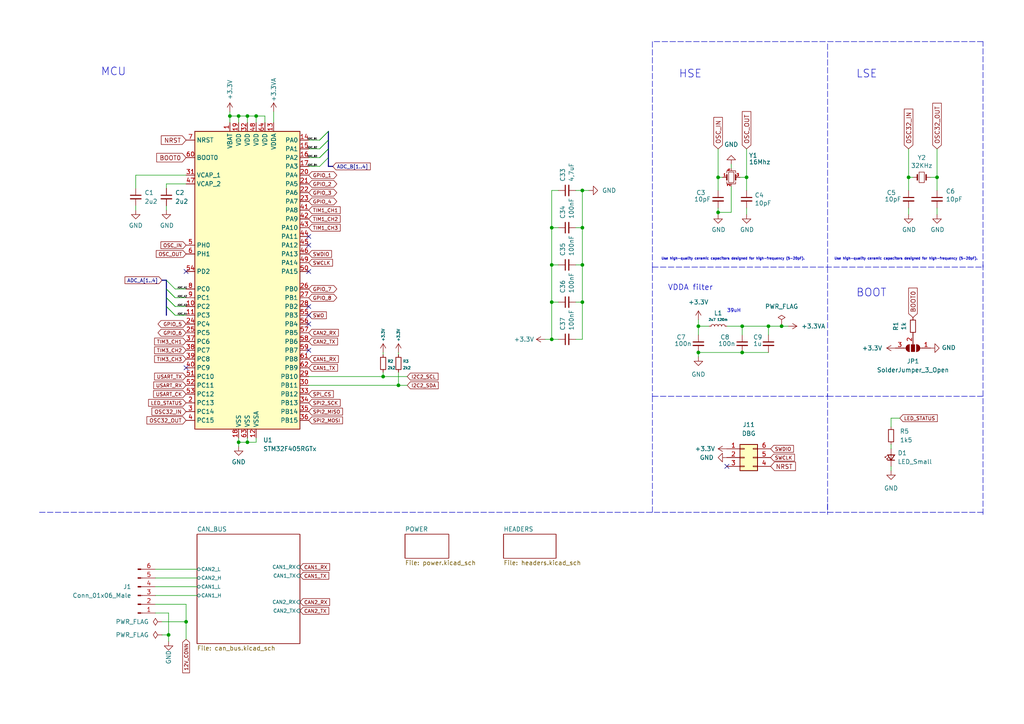
<source format=kicad_sch>
(kicad_sch (version 20211123) (generator eeschema)
  (paper "A4")
  (lib_symbols
    (symbol "Connector:Conn_01x06_Male" (pin_names (offset 1.016) hide)
      (property "Reference" "J" (at 0 7.62 0))
      (property "Value" "Conn_01x06_Male" (at 0 -10.16 0))
      (symbol "Conn_01x06_Male_1_1"
        (polyline (pts (xy 1.27 -7.62) (xy 0.8636 -7.62)) (stroke (width 0.1524)))
        (polyline (pts (xy 1.27 -5.08) (xy 0.8636 -5.08)) (stroke (width 0.1524)))
        (polyline (pts (xy 1.27 -2.54) (xy 0.8636 -2.54)) (stroke (width 0.1524)))
        (polyline (pts (xy 1.27 0) (xy 0.8636 0)) (stroke (width 0.1524)))
        (polyline (pts (xy 1.27 2.54) (xy 0.8636 2.54)) (stroke (width 0.1524)))
        (polyline (pts (xy 1.27 5.08) (xy 0.8636 5.08)) (stroke (width 0.1524)))
        (rectangle (start 0.8636 -7.493) (end 0 -7.747) (stroke (width 0.1524)) (fill (type outline)))
        (rectangle (start 0.8636 -4.953) (end 0 -5.207) (stroke (width 0.1524)) (fill (type outline)))
        (rectangle (start 0.8636 -2.413) (end 0 -2.667) (stroke (width 0.1524)) (fill (type outline)))
        (rectangle (start 0.8636 0.127) (end 0 -0.127) (stroke (width 0.1524)) (fill (type outline)))
        (rectangle (start 0.8636 2.667) (end 0 2.413) (stroke (width 0.1524)) (fill (type outline)))
        (rectangle (start 0.8636 5.207) (end 0 4.953) (stroke (width 0.1524)) (fill (type outline)))
        (pin passive line (at 5.08 5.08 180) (length 3.81) (name "Pin_1") (number "1"))
        (pin passive line (at 5.08 2.54 180) (length 3.81) (name "Pin_2") (number "2"))
        (pin passive line (at 5.08 0 180) (length 3.81) (name "Pin_3") (number "3"))
        (pin passive line (at 5.08 -2.54 180) (length 3.81) (name "Pin_4") (number "4"))
        (pin passive line (at 5.08 -5.08 180) (length 3.81) (name "Pin_5") (number "5"))
        (pin passive line (at 5.08 -7.62 180) (length 3.81) (name "Pin_6") (number "6"))
      )
    )
    (symbol "Connector_Generic:Conn_02x03_Counter_Clockwise" (pin_names (offset 1.016) hide)
      (property "Reference" "J" (at 1.27 5.08 0))
      (property "Value" "Conn_02x03_Counter_Clockwise" (at 1.27 -5.08 0))
      (symbol "Conn_02x03_Counter_Clockwise_1_1"
        (rectangle (start -1.27 -2.413) (end 0 -2.667) (stroke (width 0.1524)))
        (rectangle (start -1.27 0.127) (end 0 -0.127) (stroke (width 0.1524)))
        (rectangle (start -1.27 2.667) (end 0 2.413) (stroke (width 0.1524)))
        (rectangle (start -1.27 3.81) (end 3.81 -3.81) (stroke (width 0.254)) (fill (type background)))
        (rectangle (start 3.81 -2.413) (end 2.54 -2.667) (stroke (width 0.1524)))
        (rectangle (start 3.81 0.127) (end 2.54 -0.127) (stroke (width 0.1524)))
        (rectangle (start 3.81 2.667) (end 2.54 2.413) (stroke (width 0.1524)))
        (pin passive line (at -5.08 2.54 0) (length 3.81) (name "Pin_1") (number "1"))
        (pin passive line (at -5.08 0 0) (length 3.81) (name "Pin_2") (number "2"))
        (pin passive line (at -5.08 -2.54 0) (length 3.81) (name "Pin_3") (number "3"))
        (pin passive line (at 7.62 -2.54 180) (length 3.81) (name "Pin_4") (number "4"))
        (pin passive line (at 7.62 0 180) (length 3.81) (name "Pin_5") (number "5"))
        (pin passive line (at 7.62 2.54 180) (length 3.81) (name "Pin_6") (number "6"))
      )
    )
    (symbol "Device:C_Small" (pin_numbers hide) (pin_names (offset 0.254) hide)
      (property "Reference" "C" (at 0.254 1.778 0))
      (property "Value" "C_Small" (at 0.254 -2.032 0))
      (symbol "C_Small_0_1"
        (polyline (pts (xy -1.524 -0.508) (xy 1.524 -0.508)) (stroke (width 0.3302)))
        (polyline (pts (xy -1.524 0.508) (xy 1.524 0.508)) (stroke (width 0.3048)))
      )
      (symbol "C_Small_1_1"
        (pin passive line (at 0 2.54 270) (length 2.032) (name "~") (number "1"))
        (pin passive line (at 0 -2.54 90) (length 2.032) (name "~") (number "2"))
      )
    )
    (symbol "Device:Crystal_GND24_Small" (pin_names (offset 1.016) hide)
      (property "Reference" "Y" (at 1.27 4.445 0))
      (property "Value" "Crystal_GND24_Small" (at 1.27 2.54 0))
      (symbol "Crystal_GND24_Small_0_1"
        (rectangle (start -0.762 -1.524) (end 0.762 1.524))
        (polyline (pts (xy -1.27 -0.762) (xy -1.27 0.762)) (stroke (width 0.381)))
        (polyline (pts (xy 1.27 -0.762) (xy 1.27 0.762)) (stroke (width 0.381)))
        (polyline (pts (xy -1.27 -1.27) (xy -1.27 -1.905) (xy 1.27 -1.905) (xy 1.27 -1.27)))
        (polyline (pts (xy -1.27 1.27) (xy -1.27 1.905) (xy 1.27 1.905) (xy 1.27 1.27)))
      )
      (symbol "Crystal_GND24_Small_1_1"
        (pin passive line (at -2.54 0 0) (length 1.27) (name "1") (number "1"))
        (pin passive line (at 0 -2.54 90) (length 0.635) (name "2") (number "2"))
        (pin passive line (at 2.54 0 180) (length 1.27) (name "3") (number "3"))
        (pin passive line (at 0 2.54 270) (length 0.635) (name "4") (number "4"))
      )
    )
    (symbol "Device:Crystal_Small" (pin_numbers hide) (pin_names (offset 1.016) hide)
      (property "Reference" "Y" (at 0 2.54 0))
      (property "Value" "Crystal_Small" (at 0 -2.54 0))
      (symbol "Crystal_Small_0_1"
        (rectangle (start -0.762 -1.524) (end 0.762 1.524))
        (polyline (pts (xy -1.27 -0.762) (xy -1.27 0.762)) (stroke (width 0.381)))
        (polyline (pts (xy 1.27 -0.762) (xy 1.27 0.762)) (stroke (width 0.381)))
      )
      (symbol "Crystal_Small_1_1"
        (pin passive line (at -2.54 0 0) (length 1.27) (name "1") (number "1"))
        (pin passive line (at 2.54 0 180) (length 1.27) (name "2") (number "2"))
      )
    )
    (symbol "Device:LED_Small" (pin_numbers hide) (pin_names (offset 0.254) hide)
      (property "Reference" "D" (at -1.27 3.175 0))
      (property "Value" "LED_Small" (at -4.445 -2.54 0))
      (symbol "LED_Small_0_1"
        (polyline (pts (xy -0.762 -1.016) (xy -0.762 1.016)) (stroke (width 0.254)))
        (polyline (pts (xy 1.016 0) (xy -0.762 0)))
        (polyline (pts (xy 0.762 -1.016) (xy -0.762 0) (xy 0.762 1.016) (xy 0.762 -1.016)) (stroke (width 0.254)))
        (polyline (pts (xy 0 0.762) (xy -0.508 1.27) (xy -0.254 1.27) (xy -0.508 1.27) (xy -0.508 1.016)))
        (polyline (pts (xy 0.508 1.27) (xy 0 1.778) (xy 0.254 1.778) (xy 0 1.778) (xy 0 1.524)))
      )
      (symbol "LED_Small_1_1"
        (pin passive line (at -2.54 0 0) (length 1.778) (name "K") (number "1"))
        (pin passive line (at 2.54 0 180) (length 1.778) (name "A") (number "2"))
      )
    )
    (symbol "Device:L_Small" (pin_numbers hide) (pin_names (offset 0.254) hide)
      (property "Reference" "L" (at 0.762 1.016 0))
      (property "Value" "L_Small" (at 0.762 -1.016 0))
      (symbol "L_Small_0_1"
        (arc (start 0 -2.032) (mid 0.508 -1.524) (end 0 -1.016))
        (arc (start 0 -1.016) (mid 0.508 -0.508) (end 0 0))
        (arc (start 0 0) (mid 0.508 0.508) (end 0 1.016))
        (arc (start 0 1.016) (mid 0.508 1.524) (end 0 2.032))
      )
      (symbol "L_Small_1_1"
        (pin passive line (at 0 2.54 270) (length 0.508) (name "~") (number "1"))
        (pin passive line (at 0 -2.54 90) (length 0.508) (name "~") (number "2"))
      )
    )
    (symbol "Device:R_Small" (pin_numbers hide) (pin_names (offset 0.254) hide)
      (property "Reference" "R" (at 0.762 0.508 0))
      (property "Value" "R_Small" (at 0.762 -1.016 0))
      (symbol "R_Small_0_1"
        (rectangle (start -0.762 1.778) (end 0.762 -1.778) (stroke (width 0.2032)))
      )
      (symbol "R_Small_1_1"
        (pin passive line (at 0 2.54 270) (length 0.762) (name "~") (number "1"))
        (pin passive line (at 0 -2.54 90) (length 0.762) (name "~") (number "2"))
      )
    )
    (symbol "Jumper:SolderJumper_3_Open" (pin_names (offset 0) hide)
      (property "Reference" "JP" (at -2.54 -2.54 0))
      (property "Value" "SolderJumper_3_Open" (at 0 2.794 0))
      (symbol "SolderJumper_3_Open_0_1"
        (arc (start -1.016 1.016) (mid -2.032 0) (end -1.016 -1.016))
        (arc (start -1.016 1.016) (mid -2.032 0) (end -1.016 -1.016) (fill (type outline)))
        (rectangle (start -0.508 1.016) (end 0.508 -1.016) (fill (type outline)))
        (polyline (pts (xy -2.54 0) (xy -2.032 0)))
        (polyline (pts (xy -1.016 1.016) (xy -1.016 -1.016)))
        (polyline (pts (xy 0 -1.27) (xy 0 -1.016)))
        (polyline (pts (xy 1.016 1.016) (xy 1.016 -1.016)))
        (polyline (pts (xy 2.54 0) (xy 2.032 0)))
        (arc (start 1.016 -1.016) (mid 2.032 0) (end 1.016 1.016))
        (arc (start 1.016 -1.016) (mid 2.032 0) (end 1.016 1.016) (fill (type outline)))
      )
      (symbol "SolderJumper_3_Open_1_1"
        (pin passive line (at -5.08 0 0) (length 2.54) (name "A") (number "1"))
        (pin passive line (at 0 -3.81 90) (length 2.54) (name "C") (number "2"))
        (pin passive line (at 5.08 0 180) (length 2.54) (name "B") (number "3"))
      )
    )
    (symbol "MCU_ST_STM32F4:STM32F405RGTx"
      (property "Reference" "U" (at -15.24 44.45 0))
      (property "Value" "STM32F405RGTx" (at 10.16 44.45 0))
      (symbol "STM32F405RGTx_0_1"
        (rectangle (start -15.24 -43.18) (end 15.24 43.18) (stroke (width 0.254)) (fill (type background)))
      )
      (symbol "STM32F405RGTx_1_1"
        (pin power_in line (at -5.08 45.72 270) (length 2.54) (name "VBAT") (number "1"))
        (pin bidirectional line (at -17.78 -7.62 0) (length 2.54) (name "PC2") (number "10"))
        (pin bidirectional line (at -17.78 -10.16 0) (length 2.54) (name "PC3") (number "11"))
        (pin power_in line (at 2.54 -45.72 90) (length 2.54) (name "VSSA") (number "12"))
        (pin power_in line (at 7.62 45.72 270) (length 2.54) (name "VDDA") (number "13"))
        (pin bidirectional line (at 17.78 40.64 180) (length 2.54) (name "PA0") (number "14"))
        (pin bidirectional line (at 17.78 38.1 180) (length 2.54) (name "PA1") (number "15"))
        (pin bidirectional line (at 17.78 35.56 180) (length 2.54) (name "PA2") (number "16"))
        (pin bidirectional line (at 17.78 33.02 180) (length 2.54) (name "PA3") (number "17"))
        (pin power_in line (at -2.54 -45.72 90) (length 2.54) (name "VSS") (number "18"))
        (pin power_in line (at -2.54 45.72 270) (length 2.54) (name "VDD") (number "19"))
        (pin bidirectional line (at -17.78 -35.56 0) (length 2.54) (name "PC13") (number "2"))
        (pin bidirectional line (at 17.78 30.48 180) (length 2.54) (name "PA4") (number "20"))
        (pin bidirectional line (at 17.78 27.94 180) (length 2.54) (name "PA5") (number "21"))
        (pin bidirectional line (at 17.78 25.4 180) (length 2.54) (name "PA6") (number "22"))
        (pin bidirectional line (at 17.78 22.86 180) (length 2.54) (name "PA7") (number "23"))
        (pin bidirectional line (at -17.78 -12.7 0) (length 2.54) (name "PC4") (number "24"))
        (pin bidirectional line (at -17.78 -15.24 0) (length 2.54) (name "PC5") (number "25"))
        (pin bidirectional line (at 17.78 -2.54 180) (length 2.54) (name "PB0") (number "26"))
        (pin bidirectional line (at 17.78 -5.08 180) (length 2.54) (name "PB1") (number "27"))
        (pin bidirectional line (at 17.78 -7.62 180) (length 2.54) (name "PB2") (number "28"))
        (pin bidirectional line (at 17.78 -27.94 180) (length 2.54) (name "PB10") (number "29"))
        (pin bidirectional line (at -17.78 -38.1 0) (length 2.54) (name "PC14") (number "3"))
        (pin bidirectional line (at 17.78 -30.48 180) (length 2.54) (name "PB11") (number "30"))
        (pin power_in line (at -17.78 30.48 0) (length 2.54) (name "VCAP_1") (number "31"))
        (pin power_in line (at 0 45.72 270) (length 2.54) (name "VDD") (number "32"))
        (pin bidirectional line (at 17.78 -33.02 180) (length 2.54) (name "PB12") (number "33"))
        (pin bidirectional line (at 17.78 -35.56 180) (length 2.54) (name "PB13") (number "34"))
        (pin bidirectional line (at 17.78 -38.1 180) (length 2.54) (name "PB14") (number "35"))
        (pin bidirectional line (at 17.78 -40.64 180) (length 2.54) (name "PB15") (number "36"))
        (pin bidirectional line (at -17.78 -17.78 0) (length 2.54) (name "PC6") (number "37"))
        (pin bidirectional line (at -17.78 -20.32 0) (length 2.54) (name "PC7") (number "38"))
        (pin bidirectional line (at -17.78 -22.86 0) (length 2.54) (name "PC8") (number "39"))
        (pin bidirectional line (at -17.78 -40.64 0) (length 2.54) (name "PC15") (number "4"))
        (pin bidirectional line (at -17.78 -25.4 0) (length 2.54) (name "PC9") (number "40"))
        (pin bidirectional line (at 17.78 20.32 180) (length 2.54) (name "PA8") (number "41"))
        (pin bidirectional line (at 17.78 17.78 180) (length 2.54) (name "PA9") (number "42"))
        (pin bidirectional line (at 17.78 15.24 180) (length 2.54) (name "PA10") (number "43"))
        (pin bidirectional line (at 17.78 12.7 180) (length 2.54) (name "PA11") (number "44"))
        (pin bidirectional line (at 17.78 10.16 180) (length 2.54) (name "PA12") (number "45"))
        (pin bidirectional line (at 17.78 7.62 180) (length 2.54) (name "PA13") (number "46"))
        (pin power_in line (at -17.78 27.94 0) (length 2.54) (name "VCAP_2") (number "47"))
        (pin power_in line (at 2.54 45.72 270) (length 2.54) (name "VDD") (number "48"))
        (pin bidirectional line (at 17.78 5.08 180) (length 2.54) (name "PA14") (number "49"))
        (pin input line (at -17.78 10.16 0) (length 2.54) (name "PH0") (number "5"))
        (pin bidirectional line (at 17.78 2.54 180) (length 2.54) (name "PA15") (number "50"))
        (pin bidirectional line (at -17.78 -27.94 0) (length 2.54) (name "PC10") (number "51"))
        (pin bidirectional line (at -17.78 -30.48 0) (length 2.54) (name "PC11") (number "52"))
        (pin bidirectional line (at -17.78 -33.02 0) (length 2.54) (name "PC12") (number "53"))
        (pin bidirectional line (at -17.78 2.54 0) (length 2.54) (name "PD2") (number "54"))
        (pin bidirectional line (at 17.78 -10.16 180) (length 2.54) (name "PB3") (number "55"))
        (pin bidirectional line (at 17.78 -12.7 180) (length 2.54) (name "PB4") (number "56"))
        (pin bidirectional line (at 17.78 -15.24 180) (length 2.54) (name "PB5") (number "57"))
        (pin bidirectional line (at 17.78 -17.78 180) (length 2.54) (name "PB6") (number "58"))
        (pin bidirectional line (at 17.78 -20.32 180) (length 2.54) (name "PB7") (number "59"))
        (pin input line (at -17.78 7.62 0) (length 2.54) (name "PH1") (number "6"))
        (pin input line (at -17.78 35.56 0) (length 2.54) (name "BOOT0") (number "60"))
        (pin bidirectional line (at 17.78 -22.86 180) (length 2.54) (name "PB8") (number "61"))
        (pin bidirectional line (at 17.78 -25.4 180) (length 2.54) (name "PB9") (number "62"))
        (pin power_in line (at 0 -45.72 90) (length 2.54) (name "VSS") (number "63"))
        (pin power_in line (at 5.08 45.72 270) (length 2.54) (name "VDD") (number "64"))
        (pin input line (at -17.78 40.64 0) (length 2.54) (name "NRST") (number "7"))
        (pin bidirectional line (at -17.78 -2.54 0) (length 2.54) (name "PC0") (number "8"))
        (pin bidirectional line (at -17.78 -5.08 0) (length 2.54) (name "PC1") (number "9"))
      )
    )
    (symbol "power:+3.3V" (power) (pin_names (offset 0))
      (property "Value" "+3.3V" (at 0 3.556 0))
      (symbol "+3.3V_0_1"
        (polyline (pts (xy -0.762 1.27) (xy 0 2.54)))
        (polyline (pts (xy 0 0) (xy 0 2.54)))
        (polyline (pts (xy 0 2.54) (xy 0.762 1.27)))
      )
      (symbol "+3.3V_1_1"
        (pin power_in line (at 0 0 90) (length 0) hide (name "+3.3V") (number "1"))
      )
    )
    (symbol "power:+3.3VA" (power) (pin_names (offset 0))
      (property "Value" "+3.3VA" (at 0 3.556 0))
      (symbol "+3.3VA_0_1"
        (polyline (pts (xy -0.762 1.27) (xy 0 2.54)))
        (polyline (pts (xy 0 0) (xy 0 2.54)))
        (polyline (pts (xy 0 2.54) (xy 0.762 1.27)))
      )
      (symbol "+3.3VA_1_1"
        (pin power_in line (at 0 0 90) (length 0) hide (name "+3.3VA") (number "1"))
      )
    )
    (symbol "power:GND" (power) (pin_names (offset 0))
      (property "Value" "GND" (at 0 -3.81 0))
      (symbol "GND_0_1"
        (polyline (pts (xy 0 0) (xy 0 -1.27) (xy 1.27 -1.27) (xy 0 -2.54) (xy -1.27 -1.27) (xy 0 -1.27)))
      )
      (symbol "GND_1_1"
        (pin power_in line (at 0 0 270) (length 0) hide (name "GND") (number "1"))
      )
    )
    (symbol "power:PWR_FLAG" (power) (pin_numbers hide) (pin_names (offset 0) hide)
      (property "Value" "PWR_FLAG" (at 0 3.81 0))
      (symbol "PWR_FLAG_0_0"
        (pin power_out line (at 0 0 90) (length 0) (name "pwr") (number "1"))
      )
      (symbol "PWR_FLAG_0_1"
        (polyline (pts (xy 0 0) (xy 0 1.27) (xy -1.016 1.905) (xy 0 2.54) (xy 1.016 1.905) (xy 0 1.27)))
      )
    )
  )
  (junction (at 216.535 51.435))
  (junction (at 168.91 66.04))
  (junction (at 208.28 51.435))
  (junction (at 202.565 102.235))
  (junction (at 160.02 98.425))
  (junction (at 215.265 94.615))
  (junction (at 271.78 51.435))
  (junction (at 74.295 33.655))
  (junction (at 215.265 102.235))
  (junction (at 226.695 94.615))
  (junction (at 71.755 128.27))
  (junction (at 222.885 94.615))
  (junction (at 53.975 180.34))
  (junction (at 69.215 128.27))
  (junction (at 160.02 87.63))
  (junction (at 48.895 184.15))
  (junction (at 111.125 109.22))
  (junction (at 69.215 33.655))
  (junction (at 160.02 76.835))
  (junction (at 66.675 33.655))
  (junction (at 168.91 55.245))
  (junction (at 202.565 94.615))
  (junction (at 168.91 76.835))
  (junction (at 208.28 61.595))
  (junction (at 71.755 33.655))
  (junction (at 160.02 66.04))
  (junction (at 263.525 51.435))
  (junction (at 168.91 87.63))
  (junction (at 115.57 111.76))
  (no_connect (at 210.82 135.255))
  (no_connect (at 89.535 88.9))
  (no_connect (at 53.975 106.68))
  (no_connect (at 53.975 78.74))
  (no_connect (at 89.535 71.12))
  (no_connect (at 89.535 68.58))
  (no_connect (at 89.535 78.74))
  (no_connect (at 89.535 93.98))
  (no_connect (at 89.535 101.6))
  (no_connect (at 89.535 91.44))
  (bus_entry (at 48.26 86.36) (size 2.54 2.54))
  (bus_entry (at 95.25 43.18) (size -2.54 2.54))
  (bus_entry (at 95.25 40.64) (size -2.54 2.54))
  (bus_entry (at 48.26 88.9) (size 2.54 2.54))
  (bus_entry (at 95.25 45.72) (size -2.54 2.54))
  (bus_entry (at 48.26 81.28) (size 2.54 2.54))
  (bus_entry (at 95.25 38.1) (size -2.54 2.54))
  (bus_entry (at 95.25 40.64) (size -2.54 2.54))
  (bus_entry (at 95.25 43.18) (size -2.54 2.54))
  (bus_entry (at 48.26 83.82) (size 2.54 2.54))
  (bus_entry (at 95.25 38.1) (size -2.54 2.54))
  (bus_entry (at 48.26 83.82) (size 2.54 2.54))
  (bus_entry (at 48.26 86.36) (size 2.54 2.54))
  (bus_entry (at 48.26 88.9) (size 2.54 2.54))
  (wire (pts (xy 258.445 135.255) (xy 258.445 136.525)))
  (wire (pts (xy 45.085 172.72) (xy 57.15 172.72)))
  (wire (pts (xy 50.8 86.36) (xy 53.975 86.36)))
  (wire (pts (xy 66.675 33.655) (xy 66.675 35.56)))
  (wire (pts (xy 48.26 53.34) (xy 53.975 53.34)))
  (wire (pts (xy 74.295 35.56) (xy 74.295 33.655)))
  (polyline (pts (xy 189.23 77.47) (xy 285.115 77.47)))
  (polyline (pts (xy 189.23 77.47) (xy 189.23 114.935)))
  (wire (pts (xy 71.755 128.27) (xy 69.215 128.27)))
  (wire (pts (xy 92.71 45.72) (xy 89.535 45.72)))
  (wire (pts (xy 89.535 109.22) (xy 111.125 109.22)))
  (wire (pts (xy 160.02 66.04) (xy 160.02 76.835)))
  (polyline (pts (xy 11.43 148.59) (xy 240.03 148.59)))
  (wire (pts (xy 160.02 55.245) (xy 160.02 66.04)))
  (wire (pts (xy 202.565 102.235) (xy 202.565 103.505)))
  (wire (pts (xy 202.565 97.155) (xy 202.565 94.615)))
  (bus (pts (xy 48.26 81.28) (xy 48.26 83.82)))
  (wire (pts (xy 71.755 127) (xy 71.755 128.27)))
  (wire (pts (xy 258.445 128.905) (xy 258.445 130.175)))
  (wire (pts (xy 168.91 76.835) (xy 167.005 76.835)))
  (bus (pts (xy 48.26 86.36) (xy 48.26 88.9)))
  (wire (pts (xy 160.02 87.63) (xy 161.925 87.63)))
  (wire (pts (xy 216.535 60.325) (xy 216.535 62.23)))
  (wire (pts (xy 160.02 76.835) (xy 161.925 76.835)))
  (wire (pts (xy 46.99 184.15) (xy 48.895 184.15)))
  (wire (pts (xy 69.215 33.655) (xy 66.675 33.655)))
  (wire (pts (xy 168.91 98.425) (xy 168.91 87.63)))
  (wire (pts (xy 208.28 43.18) (xy 208.28 51.435)))
  (wire (pts (xy 39.37 54.61) (xy 39.37 50.8)))
  (polyline (pts (xy 240.03 77.47) (xy 240.03 114.935)))
  (wire (pts (xy 50.8 91.44) (xy 53.975 91.44)))
  (wire (pts (xy 39.37 50.8) (xy 53.975 50.8)))
  (wire (pts (xy 48.26 59.69) (xy 48.26 60.96)))
  (wire (pts (xy 50.8 83.82) (xy 53.975 83.82)))
  (bus (pts (xy 46.99 81.28) (xy 48.26 81.28)))
  (wire (pts (xy 168.91 55.245) (xy 167.005 55.245)))
  (wire (pts (xy 45.085 175.26) (xy 53.975 175.26)))
  (wire (pts (xy 271.78 51.435) (xy 271.78 55.245)))
  (wire (pts (xy 260.985 121.285) (xy 258.445 121.285)))
  (wire (pts (xy 269.875 51.435) (xy 271.78 51.435)))
  (wire (pts (xy 39.37 59.69) (xy 39.37 60.96)))
  (wire (pts (xy 263.525 60.325) (xy 263.525 62.23)))
  (wire (pts (xy 215.265 94.615) (xy 215.265 97.155)))
  (wire (pts (xy 115.57 111.76) (xy 118.11 111.76)))
  (wire (pts (xy 160.02 66.04) (xy 161.925 66.04)))
  (wire (pts (xy 48.895 186.055) (xy 48.895 184.15)))
  (bus (pts (xy 95.25 43.18) (xy 95.25 40.64)))
  (polyline (pts (xy 285.115 114.935) (xy 285.115 77.47)))
  (wire (pts (xy 74.295 33.655) (xy 76.835 33.655)))
  (wire (pts (xy 66.675 32.385) (xy 66.675 33.655)))
  (wire (pts (xy 160.02 87.63) (xy 160.02 98.425)))
  (wire (pts (xy 212.09 47.625) (xy 212.09 48.895)))
  (wire (pts (xy 271.78 51.435) (xy 271.78 43.18)))
  (wire (pts (xy 226.695 93.98) (xy 226.695 94.615)))
  (wire (pts (xy 208.28 61.595) (xy 208.28 62.23)))
  (wire (pts (xy 74.295 127) (xy 74.295 128.27)))
  (wire (pts (xy 115.57 102.235) (xy 115.57 102.87)))
  (polyline (pts (xy 240.03 148.59) (xy 285.115 148.59)))
  (wire (pts (xy 271.78 60.325) (xy 271.78 62.23)))
  (bus (pts (xy 95.25 45.72) (xy 95.25 48.26)))
  (polyline (pts (xy 189.23 114.935) (xy 189.23 148.59)))
  (wire (pts (xy 263.525 51.435) (xy 263.525 43.18)))
  (wire (pts (xy 79.375 32.385) (xy 79.375 35.56)))
  (wire (pts (xy 202.565 102.235) (xy 215.265 102.235)))
  (wire (pts (xy 222.885 94.615) (xy 222.885 97.155)))
  (wire (pts (xy 53.975 185.42) (xy 53.975 180.34)))
  (wire (pts (xy 226.695 94.615) (xy 228.6 94.615)))
  (wire (pts (xy 168.91 87.63) (xy 167.005 87.63)))
  (bus (pts (xy 96.52 48.26) (xy 95.25 48.26)))
  (polyline (pts (xy 240.03 114.3) (xy 240.03 148.59)))
  (wire (pts (xy 50.8 88.9) (xy 53.975 88.9)))
  (wire (pts (xy 263.525 51.435) (xy 263.525 55.245)))
  (wire (pts (xy 161.925 55.245) (xy 160.02 55.245)))
  (wire (pts (xy 92.71 43.18) (xy 89.535 43.18)))
  (wire (pts (xy 168.91 66.04) (xy 167.005 66.04)))
  (wire (pts (xy 222.885 94.615) (xy 226.695 94.615)))
  (wire (pts (xy 168.91 66.04) (xy 168.91 55.245)))
  (wire (pts (xy 212.09 61.595) (xy 208.28 61.595)))
  (wire (pts (xy 71.755 33.655) (xy 71.755 35.56)))
  (wire (pts (xy 208.28 51.435) (xy 208.28 55.245)))
  (bus (pts (xy 48.26 83.82) (xy 48.26 86.36)))
  (polyline (pts (xy 285.115 77.47) (xy 285.115 12.065)))
  (wire (pts (xy 215.265 102.235) (xy 222.885 102.235)))
  (wire (pts (xy 69.215 33.655) (xy 69.215 35.56)))
  (wire (pts (xy 76.835 35.56) (xy 76.835 33.655)))
  (wire (pts (xy 53.975 180.34) (xy 53.975 175.26)))
  (wire (pts (xy 167.005 98.425) (xy 168.91 98.425)))
  (wire (pts (xy 89.535 111.76) (xy 115.57 111.76)))
  (wire (pts (xy 111.125 107.95) (xy 111.125 109.22)))
  (wire (pts (xy 111.125 109.22) (xy 118.11 109.22)))
  (bus (pts (xy 95.25 40.64) (xy 95.25 38.1)))
  (polyline (pts (xy 285.115 12.065) (xy 189.23 12.065)))
  (bus (pts (xy 48.26 88.9) (xy 48.26 91.44)))
  (wire (pts (xy 168.91 87.63) (xy 168.91 76.835)))
  (wire (pts (xy 45.085 170.18) (xy 57.15 170.18)))
  (wire (pts (xy 215.265 94.615) (xy 222.885 94.615)))
  (wire (pts (xy 69.215 128.27) (xy 69.215 127)))
  (wire (pts (xy 208.28 60.325) (xy 208.28 61.595)))
  (wire (pts (xy 158.115 98.425) (xy 160.02 98.425)))
  (wire (pts (xy 69.215 128.27) (xy 69.215 129.54)))
  (wire (pts (xy 160.02 98.425) (xy 161.925 98.425)))
  (wire (pts (xy 202.565 92.71) (xy 202.565 94.615)))
  (wire (pts (xy 160.02 76.835) (xy 160.02 87.63)))
  (wire (pts (xy 48.895 184.15) (xy 48.895 177.8)))
  (bus (pts (xy 95.25 45.72) (xy 95.25 43.18)))
  (wire (pts (xy 71.755 33.655) (xy 69.215 33.655)))
  (wire (pts (xy 92.71 48.26) (xy 89.535 48.26)))
  (wire (pts (xy 46.99 180.34) (xy 53.975 180.34)))
  (wire (pts (xy 212.09 53.975) (xy 212.09 61.595)))
  (polyline (pts (xy 189.23 114.935) (xy 240.03 114.935)))
  (polyline (pts (xy 240.03 146.05) (xy 240.03 149.225)))
  (polyline (pts (xy 189.23 12.065) (xy 189.23 77.47)))
  (wire (pts (xy 115.57 107.95) (xy 115.57 111.76)))
  (polyline (pts (xy 285.115 149.225) (xy 285.115 114.935)))
  (wire (pts (xy 74.295 128.27) (xy 71.755 128.27)))
  (wire (pts (xy 71.755 33.655) (xy 74.295 33.655)))
  (wire (pts (xy 168.91 76.835) (xy 168.91 66.04)))
  (wire (pts (xy 45.085 177.8) (xy 48.895 177.8)))
  (wire (pts (xy 45.085 167.64) (xy 57.15 167.64)))
  (wire (pts (xy 216.535 51.435) (xy 216.535 55.245)))
  (polyline (pts (xy 240.03 114.935) (xy 285.115 114.935)))
  (wire (pts (xy 48.26 53.34) (xy 48.26 54.61)))
  (wire (pts (xy 209.55 51.435) (xy 208.28 51.435)))
  (wire (pts (xy 111.125 102.235) (xy 111.125 102.87)))
  (wire (pts (xy 45.085 165.1) (xy 57.15 165.1)))
  (wire (pts (xy 258.445 121.285) (xy 258.445 123.825)))
  (wire (pts (xy 92.71 40.64) (xy 89.535 40.64)))
  (polyline (pts (xy 240.03 12.7) (xy 240.03 77.47)))
  (wire (pts (xy 168.91 55.245) (xy 170.815 55.245)))
  (polyline (pts (xy 285.115 76.835) (xy 285.115 77.47)))
  (wire (pts (xy 216.535 43.18) (xy 216.535 51.435)))
  (wire (pts (xy 214.63 51.435) (xy 216.535 51.435)))
  (wire (pts (xy 210.82 94.615) (xy 215.265 94.615)))
  (wire (pts (xy 264.795 51.435) (xy 263.525 51.435)))
  (wire (pts (xy 202.565 94.615) (xy 205.74 94.615)))
  (text "39uH" (at 210.82 90.805 0) (effects (font (size 1.016 1.016)) (justify left bottom)))
  (text "LSE" (at 248.285 22.86 0) (effects (font (size 2.2606 2.2606)) (justify left bottom)))
  (text "MCU" (at 29.21 22.225 0) (effects (font (size 2.2606 2.2606)) (justify left bottom)))
  (text "BOOT" (at 248.285 86.36 0) (effects (font (size 2.2606 2.2606)) (justify left bottom)))
  (text "Use high-quality ceramic capacitors designed for high-frequency (5-20pF)." (at 241.935 75.565 0) (effects (font (size 0.7 0.7)) (justify left bottom)))
  (text "HSE" (at 196.85 22.86 0) (effects (font (size 2.2606 2.2606)) (justify left bottom)))
  (text "VDDA filter\n" (at 193.675 84.455 0) (effects (font (size 1.6 1.6)) (justify left bottom)))
  (text "Use high-quality ceramic capacitors designed for high-frequency (5-20pF)." (at 191.77 75.565 0) (effects (font (size 0.7 0.7)) (justify left bottom)))
  (label "ADC_A3" (at 51.435 88.9 0) (effects (font (size 0.5 0.5))))
  (label "ADC_B3" (at 92.075 45.72 180) (effects (font (size 0.5 0.5))))
  (label "ADC_A4" (at 51.435 91.44 0) (effects (font (size 0.5 0.5))))
  (label "ADC_B1" (at 92.075 40.64 180) (effects (font (size 0.5 0.5))))
  (label "ADC_B2" (at 92.075 43.18 180) (effects (font (size 0.5 0.5))))
  (label "ADC_A1" (at 51.435 83.82 0) (effects (font (size 0.5 0.5))))
  (label "ADC_B4" (at 92.075 48.26 180) (effects (font (size 0.5 0.5))))
  (label "ADC_A2" (at 51.435 86.36 0) (effects (font (size 0.5 0.5))))
  (global_label "BOOT0" (shape input) (at 53.975 45.72 180) (property "Intersheet References" "${INTERSHEET_REFS}" (effects hide)))
  (global_label "GPIO_2" (shape bidirectional) (at 89.535 53.34 0) (effects (font (size 1.016 1.016))) (property "Intersheet References" "${INTERSHEET_REFS}" (effects hide)))
  (global_label "TIM3_CH1" (shape input) (at 53.975 99.06 180) (effects (font (size 1.016 1.016))) (property "Intersheet References" "${INTERSHEET_REFS}" (effects hide)))
  (global_label "TIM1_CH1" (shape input) (at 89.535 60.96 0) (effects (font (size 1.016 1.016))) (property "Intersheet References" "${INTERSHEET_REFS}" (effects hide)))
  (global_label "TIM1_CH2" (shape input) (at 89.535 63.5 0) (effects (font (size 1.016 1.016))) (property "Intersheet References" "${INTERSHEET_REFS}" (effects hide)))
  (global_label "SWCLK" (shape input) (at 89.535 76.2 0) (effects (font (size 1.016 1.016))) (property "Intersheet References" "${INTERSHEET_REFS}" (effects hide)))
  (global_label "GPIO_4" (shape bidirectional) (at 89.535 58.42 0) (effects (font (size 1.016 1.016))) (property "Intersheet References" "${INTERSHEET_REFS}" (effects hide)))
  (global_label "SWCLK" (shape input) (at 223.52 132.715 0) (effects (font (size 1.016 1.016))) (property "Intersheet References" "${INTERSHEET_REFS}" (effects hide)))
  (global_label "SPI2_SCK" (shape input) (at 89.535 116.84 0) (effects (font (size 1.016 1.016))) (property "Intersheet References" "${INTERSHEET_REFS}" (effects hide)))
  (global_label "CAN1_TX" (shape input) (at 86.995 167.005 0) (effects (font (size 1.016 1.016))) (property "Intersheet References" "${INTERSHEET_REFS}" (effects hide)))
  (global_label "OSC_IN" (shape input) (at 53.975 71.12 180) (effects (font (size 1.016 1.016))) (property "Intersheet References" "${INTERSHEET_REFS}" (effects hide)))
  (global_label "GPIO_5" (shape bidirectional) (at 53.975 93.98 180) (effects (font (size 1.016 1.016))) (property "Intersheet References" "${INTERSHEET_REFS}" (effects hide)))
  (global_label "OSC32_IN" (shape input) (at 53.975 119.38 180) (effects (font (size 1.09 1.09))) (property "Intersheet References" "${INTERSHEET_REFS}" (effects hide)))
  (global_label "12V_CONN" (shape input) (at 53.975 185.42 270) (effects (font (size 1.016 1.016))) (property "Intersheet References" "${INTERSHEET_REFS}" (effects hide)))
  (global_label "TIM3_CH2" (shape input) (at 53.975 101.6 180) (effects (font (size 1.016 1.016))) (property "Intersheet References" "${INTERSHEET_REFS}" (effects hide)))
  (global_label "ADC_B[1..4]" (shape input) (at 96.52 48.26 0) (effects (font (size 1.016 1.016))) (property "Intersheet References" "${INTERSHEET_REFS}" (effects hide)))
  (global_label "NRST" (shape input) (at 53.975 40.64 180) (property "Intersheet References" "${INTERSHEET_REFS}" (effects hide)))
  (global_label "GPIO_6" (shape bidirectional) (at 53.975 96.52 180) (effects (font (size 1.016 1.016))) (property "Intersheet References" "${INTERSHEET_REFS}" (effects hide)))
  (global_label "TIM1_CH3" (shape input) (at 89.535 66.04 0) (effects (font (size 1.016 1.016))) (property "Intersheet References" "${INTERSHEET_REFS}" (effects hide)))
  (global_label "OSC_OUT" (shape input) (at 53.975 73.66 180) (effects (font (size 1.016 1.016))) (property "Intersheet References" "${INTERSHEET_REFS}" (effects hide)))
  (global_label "SWDIO" (shape input) (at 223.52 130.175 0) (effects (font (size 1.016 1.016))) (property "Intersheet References" "${INTERSHEET_REFS}" (effects hide)))
  (global_label "SWO" (shape input) (at 89.535 91.44 0) (effects (font (size 1.016 1.016))) (property "Intersheet References" "${INTERSHEET_REFS}" (effects hide)))
  (global_label "USART_RX" (shape input) (at 53.975 111.76 180) (effects (font (size 1.016 1.016))) (property "Intersheet References" "${INTERSHEET_REFS}" (effects hide)))
  (global_label "TIM3_CH3" (shape input) (at 53.975 104.14 180) (effects (font (size 1.016 1.016))) (property "Intersheet References" "${INTERSHEET_REFS}" (effects hide)))
  (global_label "OSC32_OUT" (shape input) (at 53.975 121.92 180) (effects (font (size 1.09 1.09))) (property "Intersheet References" "${INTERSHEET_REFS}" (effects hide)))
  (global_label "GPIO_8" (shape bidirectional) (at 89.535 86.36 0) (effects (font (size 1.016 1.016))) (property "Intersheet References" "${INTERSHEET_REFS}" (effects hide)))
  (global_label "GPIO_1" (shape bidirectional) (at 89.535 50.8 0) (effects (font (size 1.016 1.016))) (property "Intersheet References" "${INTERSHEET_REFS}" (effects hide)))
  (global_label "I2C2_SDA" (shape input) (at 118.11 111.76 0) (effects (font (size 1.016 1.016))) (property "Intersheet References" "${INTERSHEET_REFS}" (effects hide)))
  (global_label "LED_STATUS" (shape input) (at 260.985 121.285 0) (effects (font (size 1.016 1.016))) (property "Intersheet References" "${INTERSHEET_REFS}" (effects hide)))
  (global_label "NRST" (shape input) (at 223.52 135.255 0) (property "Intersheet References" "${INTERSHEET_REFS}" (effects hide)))
  (global_label "USART_CK" (shape input) (at 53.975 114.3 180) (effects (font (size 1.016 1.016))) (property "Intersheet References" "${INTERSHEET_REFS}" (effects hide)))
  (global_label "CAN1_RX" (shape input) (at 89.535 104.14 0) (effects (font (size 1.016 1.016))) (property "Intersheet References" "${INTERSHEET_REFS}" (effects hide)))
  (global_label "CAN2_TX" (shape input) (at 86.995 177.165 0) (effects (font (size 1.016 1.016))) (property "Intersheet References" "${INTERSHEET_REFS}" (effects hide)))
  (global_label "CAN2_RX" (shape input) (at 89.535 96.52 0) (effects (font (size 1.016 1.016))) (property "Intersheet References" "${INTERSHEET_REFS}" (effects hide)))
  (global_label "SPI2_MISO" (shape input) (at 89.535 119.38 0) (effects (font (size 1.016 1.016))) (property "Intersheet References" "${INTERSHEET_REFS}" (effects hide)))
  (global_label "BOOT0" (shape input) (at 264.795 92.075 90) (property "Intersheet References" "${INTERSHEET_REFS}" (effects hide)))
  (global_label "SPI2_MOSI" (shape input) (at 89.535 121.92 0) (effects (font (size 1.016 1.016))) (property "Intersheet References" "${INTERSHEET_REFS}" (effects hide)))
  (global_label "OSC_OUT" (shape input) (at 216.535 43.18 90) (property "Intersheet References" "${INTERSHEET_REFS}" (effects hide)))
  (global_label "SWDIO" (shape input) (at 89.535 73.66 0) (effects (font (size 1.016 1.016))) (property "Intersheet References" "${INTERSHEET_REFS}" (effects hide)))
  (global_label "GPIO_3" (shape bidirectional) (at 89.535 55.88 0) (effects (font (size 1.016 1.016))) (property "Intersheet References" "${INTERSHEET_REFS}" (effects hide)))
  (global_label "CAN1_RX" (shape input) (at 86.995 164.465 0) (effects (font (size 1.016 1.016))) (property "Intersheet References" "${INTERSHEET_REFS}" (effects hide)))
  (global_label "OSC32_OUT" (shape input) (at 271.78 43.18 90) (property "Intersheet References" "${INTERSHEET_REFS}" (effects hide)))
  (global_label "CAN2_TX" (shape input) (at 89.535 99.06 0) (effects (font (size 1.016 1.016))) (property "Intersheet References" "${INTERSHEET_REFS}" (effects hide)))
  (global_label "OSC_IN" (shape input) (at 208.28 43.18 90) (property "Intersheet References" "${INTERSHEET_REFS}" (effects hide)))
  (global_label "CAN2_RX" (shape input) (at 86.995 174.625 0) (effects (font (size 1.016 1.016))) (property "Intersheet References" "${INTERSHEET_REFS}" (effects hide)))
  (global_label "USART_TX" (shape input) (at 53.975 109.22 180) (effects (font (size 1.016 1.016))) (property "Intersheet References" "${INTERSHEET_REFS}" (effects hide)))
  (global_label "CAN1_TX" (shape input) (at 89.535 106.68 0) (effects (font (size 1.016 1.016))) (property "Intersheet References" "${INTERSHEET_REFS}" (effects hide)))
  (global_label "OSC32_IN" (shape input) (at 263.525 43.18 90) (property "Intersheet References" "${INTERSHEET_REFS}" (effects hide)))
  (global_label "ADC_A[1..4]" (shape input) (at 46.99 81.28 180) (effects (font (size 1.016 1.016))) (property "Intersheet References" "${INTERSHEET_REFS}" (effects hide)))
  (global_label "GPIO_7" (shape bidirectional) (at 89.535 83.82 0) (effects (font (size 1.016 1.016))) (property "Intersheet References" "${INTERSHEET_REFS}" (effects hide)))
  (global_label "SPI_CS" (shape input) (at 89.535 114.3 0) (effects (font (size 1.016 1.016))) (property "Intersheet References" "${INTERSHEET_REFS}" (effects hide)))
  (global_label "I2C2_SCL" (shape input) (at 118.11 109.22 0) (effects (font (size 1.016 1.016))) (property "Intersheet References" "${INTERSHEET_REFS}" (effects hide)))
  (global_label "LED_STATUS" (shape input) (at 53.975 116.84 180) (effects (font (size 1.016 1.016))) (property "Intersheet References" "${INTERSHEET_REFS}" (effects hide)))
  (symbol (lib_id "Device:R_Small") (at 115.57 105.41 0) (unit 1)
    (property "Reference" "R3" (at 116.84 104.775 0) (effects (font (size 0.8 0.8)) (justify left)))
    (property "Value" "2k2" (at 116.84 106.68 0) (effects (font (size 0.8 0.8)) (justify left)))
    (property "Footprint" "Resistor_SMD:R_0402_1005Metric_Pad0.72x0.64mm_HandSolder" (effects hide))
  )
  (symbol (lib_id "power:GND") (at 269.875 100.965 90) (unit 1)
    (property "Reference" "#PWR0112" (effects hide))
    (property "Value" "GND" (at 273.1262 100.838 90) (effects (justify right)))
  )
  (symbol (lib_id "power:PWR_FLAG") (at 226.695 93.98 0) (unit 1)
    (property "Reference" "#FLG0101" (effects hide))
    (property "Value" "PWR_FLAG" (at 226.695 88.9 0))
  )
  (symbol (lib_id "power:GND") (at 271.78 62.23 0) (unit 1)
    (property "Reference" "#PWR0101" (effects hide))
    (property "Value" "GND" (at 271.907 66.6242 0))
  )
  (symbol (lib_id "Device:R_Small") (at 111.125 105.41 0) (unit 1)
    (property "Reference" "R2" (at 112.395 104.775 0) (effects (font (size 0.8 0.8)) (justify left)))
    (property "Value" "2k2" (at 112.395 106.68 0) (effects (font (size 0.8 0.8)) (justify left)))
    (property "Footprint" "Resistor_SMD:R_0402_1005Metric_Pad0.72x0.64mm_HandSolder" (effects hide))
  )
  (symbol (lib_id "power:GND") (at 212.09 47.625 180) (unit 1)
    (property "Reference" "#PWR0182" (effects hide))
    (property "Value" "GND" (at 212.09 41.91 0))
  )
  (symbol (lib_id "Device:R_Small") (at 258.445 126.365 0) (unit 1)
    (property "Reference" "R5" (at 260.985 125.0949 0) (effects (justify left)))
    (property "Value" "1k5" (at 260.985 127.6349 0) (effects (justify left)))
    (property "Footprint" "Resistor_SMD:R_0402_1005Metric_Pad0.72x0.64mm_HandSolder" (effects hide))
  )
  (symbol (lib_id "power:GND") (at 39.37 60.96 0) (mirror y) (unit 1)
    (property "Reference" "#PWR0107" (effects hide))
    (property "Value" "GND" (at 39.37 65.405 0))
  )
  (symbol (lib_id "Device:C_Small") (at 215.265 99.695 0) (unit 1)
    (property "Reference" "C8" (at 208.915 97.79 0) (effects (justify left)))
    (property "Value" "100n" (at 208.28 99.695 0) (effects (justify left)))
    (property "Footprint" "Capacitor_SMD:C_0402_1005Metric_Pad0.74x0.62mm_HandSolder" (effects hide))
  )
  (symbol (lib_id "Device:C_Small") (at 164.465 66.04 90) (unit 1)
    (property "Reference" "C34" (at 163.2012 63.5 0) (effects (justify left)))
    (property "Value" "100nF" (at 165.7412 63.5 0) (effects (justify left)))
    (property "Footprint" "Capacitor_SMD:C_0402_1005Metric_Pad0.74x0.62mm_HandSolder" (effects hide))
  )
  (symbol (lib_id "power:PWR_FLAG") (at 46.99 180.34 90) (unit 1)
    (property "Reference" "#FLG0104" (effects hide))
    (property "Value" "PWR_FLAG" (at 43.18 180.3399 90) (effects (justify left)))
  )
  (symbol (lib_id "power:+3.3V") (at 115.57 102.235 0) (unit 1)
    (property "Reference" "#PWR0118" (effects hide))
    (property "Value" "+3.3V" (at 115.57 99.06 90) (effects (font (size 0.8 0.8)) (justify left)))
  )
  (symbol (lib_id "Device:C_Small") (at 48.26 57.15 0) (unit 1)
    (property "Reference" "C2" (at 50.8 55.8862 0) (effects (justify left)))
    (property "Value" "2u2" (at 50.8 58.4262 0) (effects (justify left)))
    (property "Footprint" "Capacitor_SMD:C_0402_1005Metric_Pad0.74x0.62mm_HandSolder" (effects hide))
  )
  (symbol (lib_id "power:GND") (at 170.815 55.245 90) (unit 1)
    (property "Reference" "#PWR0181" (effects hide))
    (property "Value" "GND" (at 174.625 55.2449 90) (effects (justify right)))
  )
  (symbol (lib_id "power:+3.3V") (at 158.115 98.425 90) (unit 1)
    (property "Reference" "#PWR0180" (effects hide))
    (property "Value" "+3.3V" (at 154.94 98.4249 90) (effects (justify left)))
  )
  (symbol (lib_id "Connector:Conn_01x06_Male") (at 40.005 172.72 0) (mirror x) (unit 1)
    (property "Reference" "J1" (at 38.1 170.1799 0) (effects (justify right)))
    (property "Value" "Conn_01x06_Male" (at 38.1 172.7199 0) (effects (justify right)))
    (property "Footprint" "Connector_Molex:Molex_Micro-Latch_53254-0670_1x06_P2.00mm_Horizontal" (effects hide))
  )
  (symbol (lib_id "Device:C_Small") (at 164.465 76.835 90) (unit 1)
    (property "Reference" "C35" (at 163.2012 74.295 0) (effects (justify left)))
    (property "Value" "100nF" (at 165.7412 74.295 0) (effects (justify left)))
    (property "Footprint" "Capacitor_SMD:C_0402_1005Metric_Pad0.74x0.62mm_HandSolder" (effects hide))
  )
  (symbol (lib_id "power:GND") (at 69.215 129.54 0) (unit 1)
    (property "Reference" "#PWR0109" (effects hide))
    (property "Value" "GND" (at 69.215 133.985 0))
  )
  (symbol (lib_id "power:GND") (at 202.565 103.505 0) (unit 1)
    (property "Reference" "#PWR0110" (effects hide))
    (property "Value" "GND" (at 202.565 108.585 0))
  )
  (symbol (lib_id "power:GND") (at 48.895 186.055 0) (unit 1)
    (property "Reference" "#PWR0116" (effects hide))
    (property "Value" "GND" (at 48.895 188.595 90) (effects (justify right)))
  )
  (symbol (lib_id "power:+3.3VA") (at 228.6 94.615 270) (unit 1)
    (property "Reference" "#PWR0151" (effects hide))
    (property "Value" "+3.3VA" (at 232.41 94.6149 90) (effects (justify left)))
  )
  (symbol (lib_id "Device:R_Small") (at 264.795 94.615 0) (unit 1)
    (property "Reference" "R1" (at 259.8166 94.615 90))
    (property "Value" "1k" (at 262.128 94.615 90))
    (property "Footprint" "Resistor_SMD:R_0402_1005Metric_Pad0.72x0.64mm_HandSolder" (effects hide))
  )
  (symbol (lib_id "MCU_ST_STM32F4:STM32F405RGTx") (at 71.755 81.28 0) (unit 1)
    (property "Reference" "U1" (at 76.3144 127.635 0) (effects (justify left)))
    (property "Value" "STM32F405RGTx" (at 76.3144 130.175 0) (effects (justify left)))
    (property "Footprint" "Package_QFP:LQFP-64_10x10mm_P0.5mm" (effects hide))
    (property "Datasheet" "http://www.st.com/st-web-ui/static/active/en/resource/technical/document/datasheet/DM00037051.pdf" (effects hide))
  )
  (symbol (lib_id "power:+3.3V") (at 111.125 102.235 0) (unit 1)
    (property "Reference" "#PWR0119" (effects hide))
    (property "Value" "+3.3V" (at 111.125 97.155 90) (effects (font (size 0.8 0.8))))
  )
  (symbol (lib_id "power:+3.3VA") (at 79.375 32.385 0) (unit 1)
    (property "Reference" "#PWR0105" (effects hide))
    (property "Value" "+3.3VA" (at 79.375 26.035 90))
  )
  (symbol (lib_id "power:GND") (at 258.445 136.525 0) (unit 1)
    (property "Reference" "#PWR0114" (effects hide))
    (property "Value" "GND" (at 258.445 141.605 0))
  )
  (symbol (lib_id "Device:C_Small") (at 271.78 57.785 0) (unit 1)
    (property "Reference" "C6" (at 274.32 55.4736 0) (effects (justify left)))
    (property "Value" "10pF" (at 274.32 57.785 0) (effects (justify left)))
    (property "Footprint" "Capacitor_SMD:C_0402_1005Metric_Pad0.74x0.62mm_HandSolder" (effects hide))
  )
  (symbol (lib_id "Device:C_Small") (at 39.37 57.15 0) (unit 1)
    (property "Reference" "C1" (at 41.91 55.8862 0) (effects (justify left)))
    (property "Value" "2u2" (at 41.91 58.4262 0) (effects (justify left)))
    (property "Footprint" "Capacitor_SMD:C_0402_1005Metric_Pad0.74x0.62mm_HandSolder" (effects hide))
  )
  (symbol (lib_id "Device:C_Small") (at 164.465 87.63 90) (unit 1)
    (property "Reference" "C36" (at 163.2012 85.09 0) (effects (justify left)))
    (property "Value" "100nF" (at 165.7412 85.09 0) (effects (justify left)))
    (property "Footprint" "Capacitor_SMD:C_0402_1005Metric_Pad0.74x0.62mm_HandSolder" (effects hide))
  )
  (symbol (lib_id "power:+3.3V") (at 210.82 130.175 90) (mirror x) (unit 1)
    (property "Reference" "#PWR0152" (effects hide))
    (property "Value" "+3.3V" (at 204.47 130.175 90))
  )
  (symbol (lib_id "Device:C_Small") (at 202.565 99.695 0) (unit 1)
    (property "Reference" "C7" (at 196.215 97.79 0) (effects (justify left)))
    (property "Value" "100n" (at 195.58 99.695 0) (effects (justify left)))
    (property "Footprint" "Capacitor_SMD:C_0402_1005Metric_Pad0.74x0.62mm_HandSolder" (effects hide))
  )
  (symbol (lib_id "Device:LED_Small") (at 258.445 132.715 90) (unit 1)
    (property "Reference" "D1" (at 260.35 131.3814 90) (effects (justify right)))
    (property "Value" "LED_Small" (at 260.35 133.9214 90) (effects (justify right)))
    (property "Footprint" "LED_SMD:LED_0805_2012Metric" (effects hide))
  )
  (symbol (lib_id "Device:C_Small") (at 222.885 99.695 0) (unit 1)
    (property "Reference" "C9" (at 218.44 97.79 0) (effects (justify left)))
    (property "Value" "1u" (at 218.44 99.695 0) (effects (justify left)))
    (property "Footprint" "Capacitor_SMD:C_0402_1005Metric_Pad0.74x0.62mm_HandSolder" (effects hide))
  )
  (symbol (lib_id "Device:C_Small") (at 208.28 57.785 0) (unit 1)
    (property "Reference" "C3" (at 201.93 55.88 0) (effects (justify left)))
    (property "Value" "10pF" (at 201.295 57.785 0) (effects (justify left)))
    (property "Footprint" "Capacitor_SMD:C_0402_1005Metric_Pad0.74x0.62mm_HandSolder" (effects hide))
  )
  (symbol (lib_id "Device:Crystal_Small") (at 267.335 51.435 0) (unit 1)
    (property "Reference" "Y2" (at 267.335 45.72 0))
    (property "Value" "32KHz" (at 267.335 48.0314 0))
    (property "Footprint" "Crystal:Crystal_SMD_3215-2Pin_3.2x1.5mm" (effects hide))
  )
  (symbol (lib_id "Device:C_Small") (at 216.535 57.785 0) (unit 1)
    (property "Reference" "C4" (at 218.8718 56.6166 0) (effects (justify left)))
    (property "Value" "10pF" (at 218.8718 58.928 0) (effects (justify left)))
    (property "Footprint" "Capacitor_SMD:C_0402_1005Metric_Pad0.74x0.62mm_HandSolder" (effects hide))
  )
  (symbol (lib_id "power:+3.3V") (at 259.715 100.965 90) (unit 1)
    (property "Reference" "#PWR0113" (effects hide))
    (property "Value" "+3.3V" (at 255.905 100.9649 90) (effects (justify left)))
  )
  (symbol (lib_id "power:GND") (at 48.26 60.96 0) (unit 1)
    (property "Reference" "#PWR0108" (effects hide))
    (property "Value" "GND" (at 46.355 65.405 0) (effects (justify left)))
  )
  (symbol (lib_id "Jumper:SolderJumper_3_Open") (at 264.795 100.965 180) (unit 1)
    (property "Reference" "JP1" (at 264.795 104.775 0))
    (property "Value" "SolderJumper_3_Open" (at 264.795 107.315 0))
    (property "Footprint" "Jumper:SolderJumper-3_P1.3mm_Open_RoundedPad1.0x1.5mm" (effects hide))
  )
  (symbol (lib_id "Device:C_Small") (at 164.465 55.245 90) (unit 1)
    (property "Reference" "C33" (at 163.2012 52.705 0) (effects (justify left)))
    (property "Value" "4,7uF" (at 165.7412 52.705 0) (effects (justify left)))
    (property "Footprint" "Capacitor_SMD:C_0603_1608Metric" (effects hide))
  )
  (symbol (lib_id "Device:C_Small") (at 164.465 98.425 90) (unit 1)
    (property "Reference" "C37" (at 163.2012 95.885 0) (effects (justify left)))
    (property "Value" "100nF" (at 165.7412 95.885 0) (effects (justify left)))
    (property "Footprint" "Capacitor_SMD:C_0402_1005Metric_Pad0.74x0.62mm_HandSolder" (effects hide))
  )
  (symbol (lib_id "power:GND") (at 208.28 62.23 0) (unit 1)
    (property "Reference" "#PWR0104" (effects hide))
    (property "Value" "GND" (at 208.407 66.6242 0))
  )
  (symbol (lib_id "power:+3.3V") (at 202.565 92.71 0) (unit 1)
    (property "Reference" "#PWR0111" (effects hide))
    (property "Value" "+3.3V" (at 202.565 87.63 0))
  )
  (symbol (lib_id "power:GND") (at 210.82 132.715 270) (unit 1)
    (property "Reference" "#PWR0153" (effects hide))
    (property "Value" "GND" (at 207.01 132.7149 90) (effects (justify right)))
  )
  (symbol (lib_id "Device:L_Small") (at 208.28 94.615 90) (unit 1)
    (property "Reference" "L1" (at 208.28 90.805 90))
    (property "Value" "2u7 120m" (at 208.28 92.71 90) (effects (font (size 0.7 0.7))))
    (property "Footprint" "Inductor_SMD:L_0402_1005Metric" (effects hide))
  )
  (symbol (lib_id "power:GND") (at 216.535 62.23 0) (unit 1)
    (property "Reference" "#PWR0103" (effects hide))
    (property "Value" "GND" (at 216.662 66.6242 0))
  )
  (symbol (lib_id "Device:C_Small") (at 263.525 57.785 0) (unit 1)
    (property "Reference" "C5" (at 257.175 55.88 0) (effects (justify left)))
    (property "Value" "10pF" (at 256.54 57.785 0) (effects (justify left)))
    (property "Footprint" "Capacitor_SMD:C_0402_1005Metric_Pad0.74x0.62mm_HandSolder" (effects hide))
  )
  (symbol (lib_id "Connector_Generic:Conn_02x03_Counter_Clockwise") (at 215.9 132.715 0) (unit 1)
    (property "Reference" "J11" (at 217.17 123.19 0))
    (property "Value" "DBG" (at 217.17 125.73 0))
    (property "Footprint" "Connector_PinHeader_1.27mm:PinHeader_2x03_P1.27mm_Vertical" (effects hide))
  )
  (symbol (lib_id "Device:Crystal_GND24_Small") (at 212.09 51.435 0) (unit 1)
    (property "Reference" "Y1" (at 218.44 45.085 0))
    (property "Value" "16Mhz" (at 220.345 46.99 0))
    (property "Footprint" "Crystal:Crystal_SMD_2016-4Pin_2.0x1.6mm" (effects hide))
  )
  (symbol (lib_id "power:GND") (at 263.525 62.23 0) (unit 1)
    (property "Reference" "#PWR0102" (effects hide))
    (property "Value" "GND" (at 263.652 66.6242 0))
  )
  (symbol (lib_id "power:PWR_FLAG") (at 46.99 184.15 90) (unit 1)
    (property "Reference" "#FLG0105" (effects hide))
    (property "Value" "PWR_FLAG" (at 43.18 184.1499 90) (effects (justify left)))
  )
  (symbol (lib_id "power:+3.3V") (at 66.675 32.385 0) (mirror y) (unit 1)
    (property "Reference" "#PWR0106" (effects hide))
    (property "Value" "+3.3V" (at 66.675 26.035 90))
  )
  (sheet (at 117.475 154.94) (size 12.7 6.985) (stroke (width 0.1524))
    (property "Sheet name" "POWER" (at 117.475 154.2284 0) (effects (justify left bottom)))
    (property "Sheet file" "power.kicad_sch" (at 117.475 162.5096 0) (effects (justify left top)))
  )
  (sheet (at 146.05 154.94) (size 15.24 6.985) (stroke (width 0.1524))
    (property "Sheet name" "HEADERS" (at 146.05 154.2284 0) (effects (justify left bottom)))
    (property "Sheet file" "headers.kicad_sch" (at 146.05 162.5096 0) (effects (justify left top)))
  )
  (sheet (at 57.15 154.94) (size 29.845 31.75) (stroke (width 0.1524))
    (property "Sheet name" "CAN_BUS" (at 57.15 154.2284 0) (effects (justify left bottom)))
    (property "Sheet file" "can_bus.kicad_sch" (at 57.15 187.2746 0) (effects (justify left top)))
    (pin "CAN1_L" bidirectional (at 57.15 170.18 180) (effects (font (size 1.016 1.016))))
    (pin "CAN1_H" bidirectional (at 57.15 172.72 180) (effects (font (size 1.016 1.016))))
    (pin "CAN1_TX" input (at 86.995 167.005 0) (effects (font (size 1.016 1.016))))
    (pin "CAN1_RX" input (at 86.995 164.465 0) (effects (font (size 1.016 1.016))))
    (pin "CAN2_L" bidirectional (at 57.15 165.1 180) (effects (font (size 1.016 1.016))))
    (pin "CAN2_H" bidirectional (at 57.15 167.64 180) (effects (font (size 1.016 1.016))))
    (pin "CAN2_TX" input (at 86.995 177.165 0) (effects (font (size 1.016 1.016))))
    (pin "CAN2_RX" input (at 86.995 174.625 0) (effects (font (size 1.016 1.016))))
  )
)
</source>
